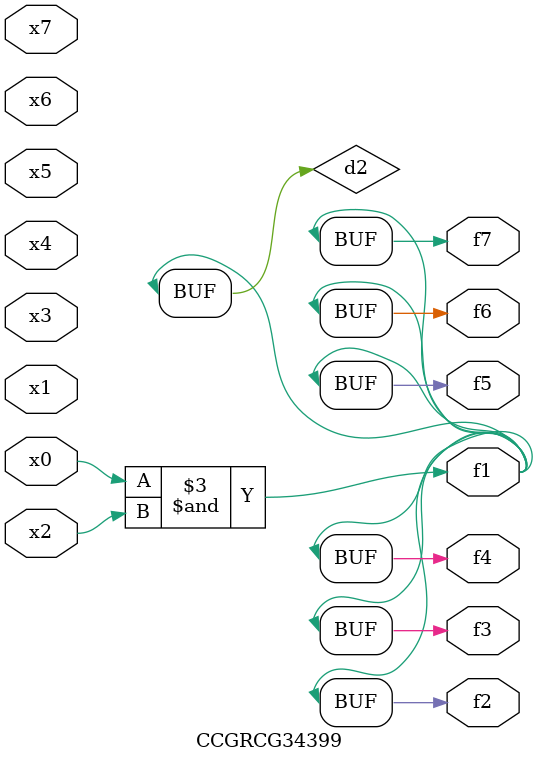
<source format=v>
module CCGRCG34399(
	input x0, x1, x2, x3, x4, x5, x6, x7,
	output f1, f2, f3, f4, f5, f6, f7
);

	wire d1, d2;

	nor (d1, x3, x6);
	and (d2, x0, x2);
	assign f1 = d2;
	assign f2 = d2;
	assign f3 = d2;
	assign f4 = d2;
	assign f5 = d2;
	assign f6 = d2;
	assign f7 = d2;
endmodule

</source>
